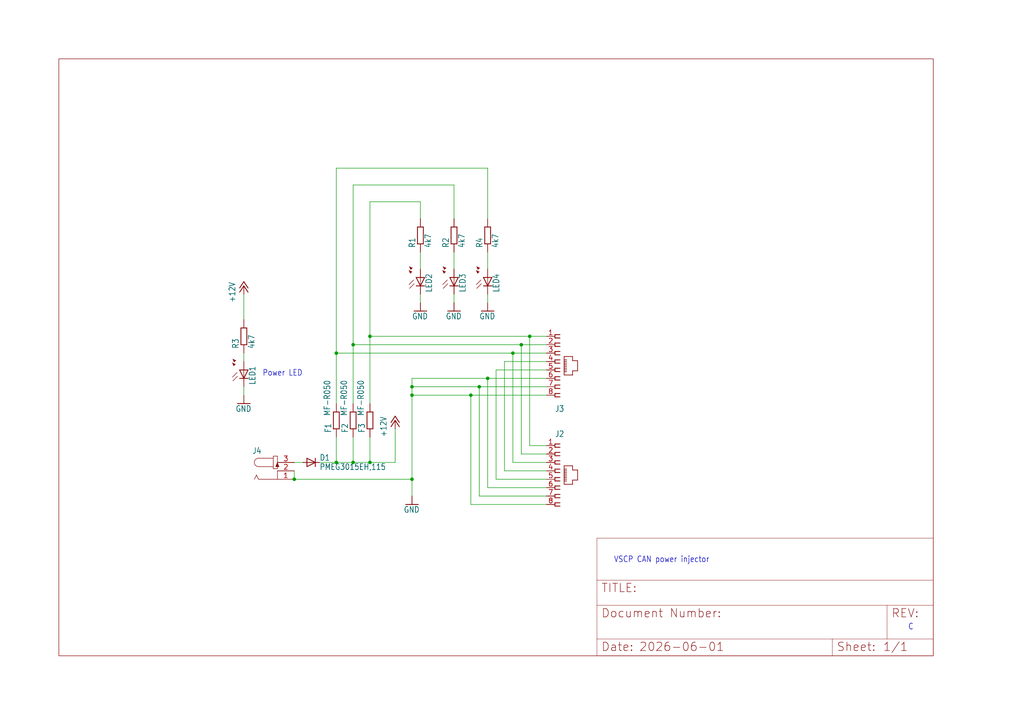
<source format=kicad_sch>
(kicad_sch (version 20250114) (generator "eeschema") (generator_version "9.0")
  (paper "User" 309.347 218.491)
  (lib_symbols
    (symbol "power_injector_rev_c-eagle-import:+12V" (power)
      (symbol "+12V_1_0"
        (polyline (pts (xy 0 1.27) (xy -1.27 -0.635)) (stroke (width 0.254)))
        (polyline (pts (xy 0 0) (xy -1.27 -1.905)) (stroke (width 0.254)))
        (polyline (pts (xy 1.27 -0.635) (xy 0 1.27)) (stroke (width 0.254)))
        (polyline (pts (xy 1.27 -1.905) (xy 0 0)) (stroke (width 0.254)))
        (pin power_in line (at 0 -2.54 90) (length 2.54) (name "+12V") (number "1"))
      )
    )
    (symbol "power_injector_rev_c-eagle-import:A00-108-220-450"
      (symbol "A00-108-220-450_1_0"
        (polyline (pts (xy 2.54 8.128) (xy 2.54 7.112)) (stroke (width 0.254)))
        (polyline (pts (xy 2.54 7.112) (xy 4.064 7.112)) (stroke (width 0.254)))
        (polyline (pts (xy 2.54 5.588) (xy 2.54 4.572)) (stroke (width 0.254)))
        (polyline (pts (xy 2.54 4.572) (xy 4.064 4.572)) (stroke (width 0.254)))
        (polyline (pts (xy 2.54 3.048) (xy 2.54 2.032)) (stroke (width 0.254)))
        (polyline (pts (xy 2.54 2.032) (xy 4.064 2.032)) (stroke (width 0.254)))
        (polyline (pts (xy 2.54 0.508) (xy 2.54 -0.508)) (stroke (width 0.254)))
        (polyline (pts (xy 2.54 -0.508) (xy 4.064 -0.508)) (stroke (width 0.254)))
        (polyline (pts (xy 2.54 -2.032) (xy 2.54 -3.048)) (stroke (width 0.254)))
        (polyline (pts (xy 2.54 -3.048) (xy 4.064 -3.048)) (stroke (width 0.254)))
        (polyline (pts (xy 2.54 -4.572) (xy 2.54 -5.588)) (stroke (width 0.254)))
        (polyline (pts (xy 2.54 -5.588) (xy 4.064 -5.588)) (stroke (width 0.254)))
        (polyline (pts (xy 2.54 -7.112) (xy 2.54 -8.128)) (stroke (width 0.254)))
        (polyline (pts (xy 2.54 -8.128) (xy 4.064 -8.128)) (stroke (width 0.254)))
        (polyline (pts (xy 2.54 -9.652) (xy 2.54 -10.668)) (stroke (width 0.254)))
        (polyline (pts (xy 2.54 -10.668) (xy 4.064 -10.668)) (stroke (width 0.254)))
        (polyline (pts (xy 4.064 8.128) (xy 2.54 8.128)) (stroke (width 0.254)))
        (polyline (pts (xy 4.064 5.588) (xy 2.54 5.588)) (stroke (width 0.254)))
        (polyline (pts (xy 4.064 3.048) (xy 2.54 3.048)) (stroke (width 0.254)))
        (polyline (pts (xy 4.064 0.508) (xy 2.54 0.508)) (stroke (width 0.254)))
        (polyline (pts (xy 4.064 -2.032) (xy 2.54 -2.032)) (stroke (width 0.254)))
        (polyline (pts (xy 4.064 -4.572) (xy 2.54 -4.572)) (stroke (width 0.254)))
        (polyline (pts (xy 4.064 -7.112) (xy 2.54 -7.112)) (stroke (width 0.254)))
        (polyline (pts (xy 4.064 -9.652) (xy 2.54 -9.652)) (stroke (width 0.254)))
        (polyline (pts (xy 5.334 1.524) (xy 5.334 0.508)) (stroke (width 0.1998)))
        (polyline (pts (xy 5.334 0.508) (xy 5.334 0)) (stroke (width 0.1998)))
        (polyline (pts (xy 5.334 0.508) (xy 6.096 0.508)) (stroke (width 0.1998)))
        (polyline (pts (xy 5.334 0) (xy 5.334 -0.508)) (stroke (width 0.1998)))
        (polyline (pts (xy 5.334 0) (xy 6.096 0)) (stroke (width 0.1998)))
        (polyline (pts (xy 5.334 -0.508) (xy 5.334 -1.016)) (stroke (width 0.1998)))
        (polyline (pts (xy 5.334 -0.508) (xy 6.096 -0.508)) (stroke (width 0.1998)))
        (polyline (pts (xy 5.334 -1.016) (xy 5.334 -1.524)) (stroke (width 0.1998)))
        (polyline (pts (xy 5.334 -1.016) (xy 6.096 -1.016)) (stroke (width 0.1998)))
        (polyline (pts (xy 5.334 -1.524) (xy 5.334 -2.032)) (stroke (width 0.1998)))
        (polyline (pts (xy 5.334 -1.524) (xy 6.096 -1.524)) (stroke (width 0.1998)))
        (polyline (pts (xy 5.334 -2.032) (xy 5.334 -2.54)) (stroke (width 0.1998)))
        (polyline (pts (xy 5.334 -2.032) (xy 6.096 -2.032)) (stroke (width 0.1998)))
        (polyline (pts (xy 5.334 -2.54) (xy 5.334 -3.048)) (stroke (width 0.1998)))
        (polyline (pts (xy 5.334 -2.54) (xy 6.096 -2.54)) (stroke (width 0.1998)))
        (polyline (pts (xy 5.334 -3.048) (xy 5.334 -4.064)) (stroke (width 0.1998)))
        (polyline (pts (xy 5.334 -3.048) (xy 6.096 -3.048)) (stroke (width 0.1998)))
        (polyline (pts (xy 5.334 -4.064) (xy 7.874 -4.064)) (stroke (width 0.1998)))
        (polyline (pts (xy 7.874 1.524) (xy 5.334 1.524)) (stroke (width 0.1998)))
        (polyline (pts (xy 7.874 0.254) (xy 7.874 1.524)) (stroke (width 0.1998)))
        (polyline (pts (xy 7.874 -2.794) (xy 9.398 -2.794)) (stroke (width 0.1998)))
        (polyline (pts (xy 7.874 -4.064) (xy 7.874 -2.794)) (stroke (width 0.1998)))
        (polyline (pts (xy 9.398 0.254) (xy 7.874 0.254)) (stroke (width 0.1998)))
        (polyline (pts (xy 9.398 -2.794) (xy 9.398 0.254)) (stroke (width 0.1998)))
        (pin passive line (at 0 7.62 0) (length 2.54) (name "1") (number "1"))
        (pin passive line (at 0 5.08 0) (length 2.54) (name "2") (number "2"))
        (pin passive line (at 0 2.54 0) (length 2.54) (name "3") (number "3"))
        (pin passive line (at 0 0 0) (length 2.54) (name "4") (number "4"))
        (pin passive line (at 0 -2.54 0) (length 2.54) (name "5") (number "5"))
        (pin passive line (at 0 -5.08 0) (length 2.54) (name "6") (number "6"))
        (pin passive line (at 0 -7.62 0) (length 2.54) (name "7") (number "7"))
        (pin passive line (at 0 -10.16 0) (length 2.54) (name "8") (number "8"))
      )
    )
    (symbol "power_injector_rev_c-eagle-import:DINA4_L"
      (symbol "DINA4_L_1_0"
        (polyline (pts (xy 0 180.34) (xy 264.16 180.34) (xy 264.16 0) (xy 0 0) (xy 0 180.34)))
      )
      (symbol "DINA4_L_2_0"
        (polyline (pts (xy 0 22.86) (xy 0 35.56)) (stroke (width 0.1016)))
        (polyline (pts (xy 0 22.86) (xy 101.6 22.86)) (stroke (width 0.1016)))
        (polyline (pts (xy 0 15.24) (xy 0 22.86)) (stroke (width 0.1016)))
        (polyline (pts (xy 0 5.08) (xy 0 15.24)) (stroke (width 0.1016)))
        (polyline (pts (xy 0 5.08) (xy 71.12 5.08)) (stroke (width 0.1016)))
        (polyline (pts (xy 0 0) (xy 0 5.08)) (stroke (width 0.1016)))
        (polyline (pts (xy 0 0) (xy 71.12 0)) (stroke (width 0.1016)))
        (polyline (pts (xy 71.12 5.08) (xy 71.12 0)) (stroke (width 0.1016)))
        (polyline (pts (xy 71.12 5.08) (xy 87.63 5.08)) (stroke (width 0.1016)))
        (polyline (pts (xy 71.12 0) (xy 101.6 0)) (stroke (width 0.1016)))
        (polyline (pts (xy 87.63 15.24) (xy 0 15.24)) (stroke (width 0.1016)))
        (polyline (pts (xy 87.63 15.24) (xy 87.63 5.08)) (stroke (width 0.1016)))
        (polyline (pts (xy 87.63 5.08) (xy 101.6 5.08)) (stroke (width 0.1016)))
        (polyline (pts (xy 101.6 35.56) (xy 0 35.56)) (stroke (width 0.1016)))
        (polyline (pts (xy 101.6 35.56) (xy 101.6 22.86)) (stroke (width 0.1016)))
        (polyline (pts (xy 101.6 22.86) (xy 101.6 15.24)) (stroke (width 0.1016)))
        (polyline (pts (xy 101.6 15.24) (xy 87.63 15.24)) (stroke (width 0.1016)))
        (polyline (pts (xy 101.6 15.24) (xy 101.6 5.08)) (stroke (width 0.1016)))
        (polyline (pts (xy 101.6 5.08) (xy 101.6 0)) (stroke (width 0.1016)))
        (text "TITLE:" (at 1.27 19.05 0) (effects (font (size 2.54 2.54)) (justify left bottom)))
        (text "Document Number:" (at 1.27 11.43 0) (effects (font (size 2.54 2.54)) (justify left bottom)))
        (text "Date:" (at 1.27 1.27 0) (effects (font (size 2.54 2.54)) (justify left bottom)))
        (text "${CURRENT_DATE}" (at 12.7 1.27 0) (effects (font (size 2.54 2.54)) (justify left bottom)))
        (text "${PROJECTNAME}" (at 17.78 19.05 0) (effects (font (size 2.54 2.54)) (justify left bottom)))
        (text "Sheet:" (at 72.39 1.27 0) (effects (font (size 2.54 2.54)) (justify left bottom)))
        (text "${#}/${##}" (at 86.36 1.27 0) (effects (font (size 2.54 2.54)) (justify left bottom)))
        (text "REV:" (at 88.9 11.43 0) (effects (font (size 2.54 2.54)) (justify left bottom)))
      )
    )
    (symbol "power_injector_rev_c-eagle-import:DIODE-SMB"
      (property "Reference" "D" (at 2.54 0.4826 0))
      (symbol "DIODE-SMB_1_0"
        (polyline (pts (xy -1.27 1.27) (xy -1.27 -1.27)) (stroke (width 0.254)))
        (polyline (pts (xy -1.27 -1.27) (xy 1.27 0)) (stroke (width 0.254)))
        (polyline (pts (xy 1.27 1.27) (xy 1.27 0)) (stroke (width 0.254)))
        (polyline (pts (xy 1.27 0) (xy -1.27 1.27)) (stroke (width 0.254)))
        (polyline (pts (xy 1.27 0) (xy 1.27 -1.27)) (stroke (width 0.254)))
        (pin passive line (at -2.54 0 0) (length 2.54) (name "A") (number "A"))
        (pin passive line (at 2.54 0 180) (length 2.54) (name "C") (number "C"))
      )
    )
    (symbol "power_injector_rev_c-eagle-import:GND" (power)
      (symbol "GND_1_0"
        (polyline (pts (xy -1.905 0) (xy 1.905 0)) (stroke (width 0.254)))
        (pin power_in line (at 0 2.54 270) (length 2.54) (name "GND") (number "1"))
      )
    )
    (symbol "power_injector_rev_c-eagle-import:JACK-PLUG0"
      (property "Reference" "J" (at -7.62 5.08 0))
      (symbol "JACK-PLUG0_1_0"
        (polyline (pts (xy -6.35 -1.27) (xy -6.985 -2.54)) (stroke (width 0.1524)))
        (polyline (pts (xy -5.715 3.81) (xy -1.27 3.81)) (stroke (width 0.1524)))
        (arc (start -5.715 1.27) (mid -6.985 2.54) (end -5.715 3.81) (stroke (width 0.1524)))
        (polyline (pts (xy -5.715 -2.54) (xy -6.35 -1.27)) (stroke (width 0.1524)))
        (polyline (pts (xy -1.27 4.445) (xy -1.27 3.81)) (stroke (width 0.1524)))
        (polyline (pts (xy -1.27 3.81) (xy -1.27 1.27)) (stroke (width 0.1524)))
        (polyline (pts (xy -1.27 1.27) (xy -5.715 1.27)) (stroke (width 0.1524)))
        (polyline (pts (xy -1.27 1.27) (xy -1.27 0.635)) (stroke (width 0.1524)))
        (polyline (pts (xy -1.27 0.635) (xy 0 0.635)) (stroke (width 0.1524)))
        (polyline (pts (xy 0 4.445) (xy -1.27 4.445)) (stroke (width 0.1524)))
        (polyline (pts (xy 0 2.54) (xy -0.508 1.27) (xy 0.508 1.27)) (stroke (width 0.1524)) (fill (type outline)))
        (polyline (pts (xy 0 0.635) (xy 0 4.445)) (stroke (width 0.1524)))
        (polyline (pts (xy 0 0) (xy 0 -2.54)) (stroke (width 0.1524)))
        (polyline (pts (xy 0 -2.54) (xy -5.715 -2.54)) (stroke (width 0.1524)))
        (pin passive line (at 5.08 2.54 180) (length 5.08) (name "3") (number "3"))
        (pin passive line (at 5.08 0 180) (length 5.08) (name "2") (number "2"))
        (pin passive line (at 5.08 -2.54 180) (length 5.08) (name "1") (number "1"))
      )
    )
    (symbol "power_injector_rev_c-eagle-import:LEDCHIP-LED0805"
      (property "Reference" "LED" (at 3.556 -4.572 90))
      (symbol "LEDCHIP-LED0805_1_0"
        (polyline (pts (xy -3.429 2.159) (xy -3.048 1.27) (xy -2.54 1.778)) (stroke (width 0.1524)) (fill (type outline)))
        (polyline (pts (xy -3.302 3.302) (xy -2.921 2.413) (xy -2.413 2.921)) (stroke (width 0.1524)) (fill (type outline)))
        (polyline (pts (xy -2.032 -0.762) (xy -3.429 -2.159)) (stroke (width 0.1524)))
        (polyline (pts (xy -1.905 -1.905) (xy -3.302 -3.302)) (stroke (width 0.1524)))
        (polyline (pts (xy 0 0) (xy -1.27 0)) (stroke (width 0.254)))
        (polyline (pts (xy 0 0) (xy 0 -2.54)) (stroke (width 0.1524)))
        (polyline (pts (xy 0 -2.54) (xy -1.27 0)) (stroke (width 0.254)))
        (polyline (pts (xy 0 -2.54) (xy -1.27 -2.54)) (stroke (width 0.254)))
        (polyline (pts (xy 1.27 0) (xy 0 0)) (stroke (width 0.254)))
        (polyline (pts (xy 1.27 0) (xy 0 -2.54)) (stroke (width 0.254)))
        (polyline (pts (xy 1.27 -2.54) (xy 0 -2.54)) (stroke (width 0.254)))
        (pin passive line (at 0 2.54 270) (length 2.54) (name "A") (number "A"))
        (pin passive line (at 0 -5.08 90) (length 2.54) (name "C") (number "C"))
      )
    )
    (symbol "power_injector_rev_c-eagle-import:R-EU_0204/5"
      (property "Reference" "R" (at -3.81 1.4986 0))
      (symbol "R-EU_0204/5_1_0"
        (polyline (pts (xy -2.54 -0.889) (xy -2.54 0.889)) (stroke (width 0.254)))
        (polyline (pts (xy -2.54 -0.889) (xy 2.54 -0.889)) (stroke (width 0.254)))
        (polyline (pts (xy 2.54 0.889) (xy -2.54 0.889)) (stroke (width 0.254)))
        (polyline (pts (xy 2.54 -0.889) (xy 2.54 0.889)) (stroke (width 0.254)))
        (pin passive line (at -5.08 0 0) (length 2.54) (name "1") (number "1"))
        (pin passive line (at 5.08 0 180) (length 2.54) (name "2") (number "2"))
      )
    )
    (symbol "power_injector_rev_c-eagle-import:R-EU_R0805"
      (property "Reference" "R" (at -3.81 1.4986 0))
      (symbol "R-EU_R0805_1_0"
        (polyline (pts (xy -2.54 -0.889) (xy -2.54 0.889)) (stroke (width 0.254)))
        (polyline (pts (xy -2.54 -0.889) (xy 2.54 -0.889)) (stroke (width 0.254)))
        (polyline (pts (xy 2.54 0.889) (xy -2.54 0.889)) (stroke (width 0.254)))
        (polyline (pts (xy 2.54 -0.889) (xy 2.54 0.889)) (stroke (width 0.254)))
        (pin passive line (at -5.08 0 0) (length 2.54) (name "1") (number "1"))
        (pin passive line (at 5.08 0 180) (length 2.54) (name "2") (number "2"))
      )
    )
  )
  (text "C" (at 274.32 190.5 0) (effects (font (size 1.778 1.5113)) (justify left bottom)))
  (text "Power LED" (at 91.44 111.76 0) (effects (font (size 1.778 1.5113)) (justify right top)))
  (text "VSCP CAN power injector" (at 185.42 170.18 0) (effects (font (size 1.778 1.5113)) (justify left bottom)))
  (junction (at 124.46 144.78))
  (junction (at 157.48 104.14))
  (junction (at 154.94 106.68))
  (junction (at 111.76 139.7))
  (junction (at 124.46 116.84))
  (junction (at 106.68 139.7))
  (junction (at 88.9 144.78))
  (junction (at 106.68 104.14))
  (junction (at 101.6 106.68))
  (junction (at 144.78 116.84))
  (junction (at 147.32 114.3))
  (junction (at 101.6 139.7))
  (junction (at 124.46 119.38))
  (junction (at 160.02 101.6))
  (junction (at 111.76 101.6))
  (junction (at 142.24 119.38))
  (wire (pts (xy 147.32 114.3) (xy 147.32 147.32)) (stroke (width 0.1524)))
  (wire (pts (xy 111.76 139.7) (xy 119.38 139.7)) (stroke (width 0.1524)))
  (wire (pts (xy 160.02 134.62) (xy 160.02 101.6)) (stroke (width 0.1524)))
  (wire (pts (xy 165.1 111.76) (xy 149.86 111.76)) (stroke (width 0.1524)))
  (wire (pts (xy 106.68 121.92) (xy 106.68 104.14)) (stroke (width 0.1524)))
  (wire (pts (xy 147.32 81.28) (xy 147.32 76.2)) (stroke (width 0.1524)))
  (wire (pts (xy 142.24 119.38) (xy 165.1 119.38)) (stroke (width 0.1524)))
  (wire (pts (xy 106.68 139.7) (xy 111.76 139.7)) (stroke (width 0.1524)))
  (wire (pts (xy 111.76 132.08) (xy 111.76 139.7)) (stroke (width 0.1524)))
  (wire (pts (xy 137.16 81.28) (xy 137.16 76.2)) (stroke (width 0.1524)))
  (wire (pts (xy 124.46 119.38) (xy 142.24 119.38)) (stroke (width 0.1524)))
  (wire (pts (xy 152.4 109.22) (xy 152.4 142.24)) (stroke (width 0.1524)))
  (wire (pts (xy 73.66 116.84) (xy 73.66 119.38)) (stroke (width 0.1524)))
  (wire (pts (xy 144.78 116.84) (xy 144.78 149.86)) (stroke (width 0.1524)))
  (wire (pts (xy 73.66 88.9) (xy 73.66 96.52)) (stroke (width 0.1524)))
  (wire (pts (xy 101.6 106.68) (xy 154.94 106.68)) (stroke (width 0.1524)))
  (wire (pts (xy 101.6 132.08) (xy 101.6 139.7)) (stroke (width 0.1524)))
  (wire (pts (xy 154.94 106.68) (xy 165.1 106.68)) (stroke (width 0.1524)))
  (wire (pts (xy 127 88.9) (xy 127 91.44)) (stroke (width 0.1524)))
  (wire (pts (xy 149.86 111.76) (xy 149.86 144.78)) (stroke (width 0.1524)))
  (wire (pts (xy 142.24 119.38) (xy 142.24 152.4)) (stroke (width 0.1524)))
  (wire (pts (xy 111.76 101.6) (xy 160.02 101.6)) (stroke (width 0.1524)))
  (wire (pts (xy 88.9 142.24) (xy 88.9 144.78)) (stroke (width 0.1524)))
  (wire (pts (xy 137.16 55.88) (xy 106.68 55.88)) (stroke (width 0.1524)))
  (wire (pts (xy 124.46 116.84) (xy 124.46 114.3)) (stroke (width 0.1524)))
  (wire (pts (xy 119.38 139.7) (xy 119.38 129.54)) (stroke (width 0.1524)))
  (wire (pts (xy 137.16 88.9) (xy 137.16 91.44)) (stroke (width 0.1524)))
  (wire (pts (xy 106.68 55.88) (xy 106.68 104.14)) (stroke (width 0.1524)))
  (wire (pts (xy 124.46 144.78) (xy 124.46 149.86)) (stroke (width 0.1524)))
  (wire (pts (xy 111.76 121.92) (xy 111.76 101.6)) (stroke (width 0.1524)))
  (wire (pts (xy 106.68 104.14) (xy 157.48 104.14)) (stroke (width 0.1524)))
  (wire (pts (xy 142.24 152.4) (xy 165.1 152.4)) (stroke (width 0.1524)))
  (wire (pts (xy 124.46 144.78) (xy 124.46 119.38)) (stroke (width 0.1524)))
  (wire (pts (xy 124.46 119.38) (xy 124.46 116.84)) (stroke (width 0.1524)))
  (wire (pts (xy 111.76 60.96) (xy 127 60.96)) (stroke (width 0.1524)))
  (wire (pts (xy 124.46 114.3) (xy 147.32 114.3)) (stroke (width 0.1524)))
  (wire (pts (xy 101.6 139.7) (xy 106.68 139.7)) (stroke (width 0.1524)))
  (wire (pts (xy 157.48 104.14) (xy 157.48 137.16)) (stroke (width 0.1524)))
  (wire (pts (xy 157.48 104.14) (xy 165.1 104.14)) (stroke (width 0.1524)))
  (wire (pts (xy 147.32 114.3) (xy 165.1 114.3)) (stroke (width 0.1524)))
  (wire (pts (xy 88.9 139.7) (xy 91.44 139.7)) (stroke (width 0.1524)))
  (wire (pts (xy 124.46 116.84) (xy 144.78 116.84)) (stroke (width 0.1524)))
  (wire (pts (xy 127 81.28) (xy 127 76.2)) (stroke (width 0.1524)))
  (wire (pts (xy 165.1 134.62) (xy 160.02 134.62)) (stroke (width 0.1524)))
  (wire (pts (xy 144.78 116.84) (xy 165.1 116.84)) (stroke (width 0.1524)))
  (wire (pts (xy 147.32 50.8) (xy 101.6 50.8)) (stroke (width 0.1524)))
  (wire (pts (xy 154.94 139.7) (xy 165.1 139.7)) (stroke (width 0.1524)))
  (wire (pts (xy 147.32 66.04) (xy 147.32 50.8)) (stroke (width 0.1524)))
  (wire (pts (xy 88.9 144.78) (xy 124.46 144.78)) (stroke (width 0.1524)))
  (wire (pts (xy 101.6 121.92) (xy 101.6 106.68)) (stroke (width 0.1524)))
  (wire (pts (xy 157.48 137.16) (xy 165.1 137.16)) (stroke (width 0.1524)))
  (wire (pts (xy 73.66 109.22) (xy 73.66 106.68)) (stroke (width 0.1524)))
  (wire (pts (xy 154.94 106.68) (xy 154.94 139.7)) (stroke (width 0.1524)))
  (wire (pts (xy 137.16 66.04) (xy 137.16 55.88)) (stroke (width 0.1524)))
  (wire (pts (xy 111.76 101.6) (xy 111.76 60.96)) (stroke (width 0.1524)))
  (wire (pts (xy 147.32 88.9) (xy 147.32 91.44)) (stroke (width 0.1524)))
  (wire (pts (xy 160.02 101.6) (xy 165.1 101.6)) (stroke (width 0.1524)))
  (wire (pts (xy 127 60.96) (xy 127 66.04)) (stroke (width 0.1524)))
  (wire (pts (xy 96.52 139.7) (xy 101.6 139.7)) (stroke (width 0.1524)))
  (wire (pts (xy 149.86 144.78) (xy 165.1 144.78)) (stroke (width 0.1524)))
  (wire (pts (xy 101.6 50.8) (xy 101.6 106.68)) (stroke (width 0.1524)))
  (wire (pts (xy 106.68 132.08) (xy 106.68 139.7)) (stroke (width 0.1524)))
  (wire (pts (xy 165.1 109.22) (xy 152.4 109.22)) (stroke (width 0.1524)))
  (wire (pts (xy 144.78 149.86) (xy 165.1 149.86)) (stroke (width 0.1524)))
  (wire (pts (xy 152.4 142.24) (xy 165.1 142.24)) (stroke (width 0.1524)))
  (wire (pts (xy 147.32 147.32) (xy 165.1 147.32)) (stroke (width 0.1524)))
  (symbol (lib_id "power_injector_rev_c-eagle-import:DINA4_L") (at 180.34 198.12 0) (unit 2)
    (property "Reference" "#FRAME1" (effects (hide yes)))
    (property "Value" "DINA4_L" (effects (hide yes)))
  )
  (symbol (lib_id "power_injector_rev_c-eagle-import:R-EU_R0805") (at 73.66 101.6 90) (unit 1)
    (property "Reference" "R3" (at 72.1614 105.41 0) (effects (font (size 1.778 1.5113)) (justify left bottom)))
    (property "Value" "4k7" (at 76.962 105.41 0) (effects (font (size 1.778 1.5113)) (justify left bottom)))
    (property "Footprint" "power_injector_rev_c:R0805" (effects (hide yes)))
  )
  (symbol (lib_id "power_injector_rev_c-eagle-import:+12V") (at 73.66 86.36 0) (unit 1)
    (property "Reference" "#P+1" (effects (hide yes)))
    (property "Value" "+12V" (at 71.12 91.44 90) (effects (font (size 1.778 1.5113)) (justify left bottom)))
  )
  (symbol (lib_id "power_injector_rev_c-eagle-import:LEDCHIP-LED0805") (at 137.16 83.82 0) (unit 1)
    (property "Reference" "LED3" (at 140.716 88.392 90) (effects (font (size 1.778 1.5113)) (justify left bottom)))
    (property "Value" "LEDCHIP-LED0805" (effects (hide yes)))
    (property "Footprint" "power_injector_rev_c:CHIP-LED0805" (effects (hide yes)))
  )
  (symbol (lib_id "power_injector_rev_c-eagle-import:R-EU_0204/5") (at 101.6 127 90) (unit 1)
    (property "Reference" "F1" (at 100.1014 130.81 0) (effects (font (size 1.778 1.5113)) (justify left bottom)))
    (property "Value" "MF-R050" (at 99.822 125.73 0) (effects (font (size 1.778 1.5113)) (justify left bottom)))
    (property "Footprint" "power_injector_rev_c:0204_5" (effects (hide yes)))
  )
  (symbol (lib_id "power_injector_rev_c-eagle-import:+12V") (at 119.38 127 0) (unit 1)
    (property "Reference" "#P+7" (effects (hide yes)))
    (property "Value" "+12V" (at 116.84 132.08 90) (effects (font (size 1.778 1.5113)) (justify left bottom)))
  )
  (symbol (lib_id "power_injector_rev_c-eagle-import:R-EU_R0805") (at 137.16 71.12 90) (unit 1)
    (property "Reference" "R2" (at 135.6614 74.93 0) (effects (font (size 1.778 1.5113)) (justify left bottom)))
    (property "Value" "4k7" (at 140.462 74.93 0) (effects (font (size 1.778 1.5113)) (justify left bottom)))
    (property "Footprint" "power_injector_rev_c:R0805" (effects (hide yes)))
  )
  (symbol (lib_id "power_injector_rev_c-eagle-import:GND") (at 147.32 93.98 0) (unit 1)
    (property "Reference" "#GND4" (effects (hide yes)))
    (property "Value" "GND" (at 144.78 96.52 0) (effects (font (size 1.778 1.5113)) (justify left bottom)))
  )
  (symbol (lib_id "power_injector_rev_c-eagle-import:A00-108-220-450") (at 165.1 109.22 0) (unit 1)
    (property "Reference" "J3" (at 167.64 124.46 0) (effects (font (size 1.778 1.5113)) (justify left bottom)))
    (property "Value" "A00-108-220-450" (effects (hide yes)))
    (property "Footprint" "power_injector_rev_c:RJ-45" (effects (hide yes)))
  )
  (symbol (lib_id "power_injector_rev_c-eagle-import:R-EU_0204/5") (at 111.76 127 90) (unit 1)
    (property "Reference" "F3" (at 110.2614 130.81 0) (effects (font (size 1.778 1.5113)) (justify left bottom)))
    (property "Value" "MF-R050" (at 109.982 125.73 0) (effects (font (size 1.778 1.5113)) (justify left bottom)))
    (property "Footprint" "power_injector_rev_c:0204_5" (effects (hide yes)))
  )
  (symbol (lib_id "power_injector_rev_c-eagle-import:R-EU_R0805") (at 127 71.12 90) (unit 1)
    (property "Reference" "R1" (at 125.5014 74.93 0) (effects (font (size 1.778 1.5113)) (justify left bottom)))
    (property "Value" "4k7" (at 130.302 74.93 0) (effects (font (size 1.778 1.5113)) (justify left bottom)))
    (property "Footprint" "power_injector_rev_c:R0805" (effects (hide yes)))
  )
  (symbol (lib_id "power_injector_rev_c-eagle-import:A00-108-220-450") (at 165.1 142.24 0) (unit 1)
    (property "Reference" "J2" (at 167.64 132.08 0) (effects (font (size 1.778 1.5113)) (justify left bottom)))
    (property "Value" "A00-108-220-450" (effects (hide yes)))
    (property "Footprint" "power_injector_rev_c:RJ-45" (effects (hide yes)))
  )
  (symbol (lib_id "power_injector_rev_c-eagle-import:DINA4_L") (at 17.78 198.12 0) (unit 1)
    (property "Reference" "#FRAME1" (effects (hide yes)))
    (property "Value" "DINA4_L" (effects (hide yes)))
  )
  (symbol (lib_id "power_injector_rev_c-eagle-import:R-EU_R0805") (at 147.32 71.12 90) (unit 1)
    (property "Reference" "R4" (at 145.8214 74.93 0) (effects (font (size 1.778 1.5113)) (justify left bottom)))
    (property "Value" "4k7" (at 150.622 74.93 0) (effects (font (size 1.778 1.5113)) (justify left bottom)))
    (property "Footprint" "power_injector_rev_c:R0805" (effects (hide yes)))
  )
  (symbol (lib_id "power_injector_rev_c-eagle-import:GND") (at 127 93.98 0) (unit 1)
    (property "Reference" "#GND1" (effects (hide yes)))
    (property "Value" "GND" (at 124.46 96.52 0) (effects (font (size 1.778 1.5113)) (justify left bottom)))
  )
  (symbol (lib_id "power_injector_rev_c-eagle-import:DIODE-SMB") (at 93.98 139.7 0) (unit 1)
    (property "Reference" "D1" (at 96.52 139.2174 0) (effects (font (size 1.778 1.5113)) (justify left bottom)))
    (property "Value" "PMEG3015EH,115" (at 96.52 142.0114 0) (effects (font (size 1.778 1.5113)) (justify left bottom)))
    (property "Footprint" "power_injector_rev_c:SMB" (effects (hide yes)))
  )
  (symbol (lib_id "power_injector_rev_c-eagle-import:LEDCHIP-LED0805") (at 127 83.82 0) (unit 1)
    (property "Reference" "LED2" (at 130.556 88.392 90) (effects (font (size 1.778 1.5113)) (justify left bottom)))
    (property "Value" "LEDCHIP-LED0805" (effects (hide yes)))
    (property "Footprint" "power_injector_rev_c:CHIP-LED0805" (effects (hide yes)))
  )
  (symbol (lib_id "power_injector_rev_c-eagle-import:GND") (at 137.16 93.98 0) (unit 1)
    (property "Reference" "#GND2" (effects (hide yes)))
    (property "Value" "GND" (at 134.62 96.52 0) (effects (font (size 1.778 1.5113)) (justify left bottom)))
  )
  (symbol (lib_id "power_injector_rev_c-eagle-import:LEDCHIP-LED0805") (at 73.66 111.76 0) (unit 1)
    (property "Reference" "LED1" (at 77.216 116.332 90) (effects (font (size 1.778 1.5113)) (justify left bottom)))
    (property "Value" "LEDCHIP-LED0805" (effects (hide yes)))
    (property "Footprint" "power_injector_rev_c:CHIP-LED0805" (effects (hide yes)))
  )
  (symbol (lib_id "power_injector_rev_c-eagle-import:GND") (at 124.46 152.4 0) (unit 1)
    (property "Reference" "#GND3" (effects (hide yes)))
    (property "Value" "GND" (at 121.92 154.94 0) (effects (font (size 1.778 1.5113)) (justify left bottom)))
  )
  (symbol (lib_id "power_injector_rev_c-eagle-import:GND") (at 73.66 121.92 0) (unit 1)
    (property "Reference" "#GND10" (effects (hide yes)))
    (property "Value" "GND" (at 71.12 124.46 0) (effects (font (size 1.778 1.5113)) (justify left bottom)))
  )
  (symbol (lib_id "power_injector_rev_c-eagle-import:R-EU_0204/5") (at 106.68 127 90) (unit 1)
    (property "Reference" "F2" (at 105.1814 130.81 0) (effects (font (size 1.778 1.5113)) (justify left bottom)))
    (property "Value" "MF-R050" (at 104.902 125.73 0) (effects (font (size 1.778 1.5113)) (justify left bottom)))
    (property "Footprint" "power_injector_rev_c:0204_5" (effects (hide yes)))
  )
  (symbol (lib_id "power_injector_rev_c-eagle-import:LEDCHIP-LED0805") (at 147.32 83.82 0) (unit 1)
    (property "Reference" "LED4" (at 150.876 88.392 90) (effects (font (size 1.778 1.5113)) (justify left bottom)))
    (property "Value" "LEDCHIP-LED0805" (effects (hide yes)))
    (property "Footprint" "power_injector_rev_c:CHIP-LED0805" (effects (hide yes)))
  )
  (symbol (lib_id "power_injector_rev_c-eagle-import:JACK-PLUG0") (at 83.82 142.24 0) (unit 1)
    (property "Reference" "J4" (at 76.2 137.16 0) (effects (font (size 1.778 1.5113)) (justify left bottom)))
    (property "Value" "JACK-PLUG0" (effects (hide yes)))
    (property "Footprint" "power_injector_rev_c:SPC4077" (effects (hide yes)))
  )
)
</source>
